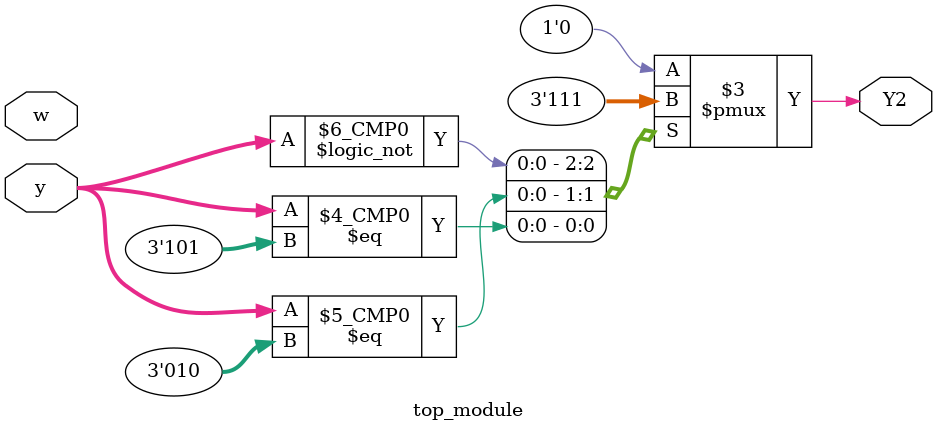
<source format=sv>
module top_module(
	input [3:1] y,
	input w,
	output reg Y2);

	always @(*) begin
		case (y)
			3'b000: Y2 = 1'b1; // A -> B
			3'b001: Y2 = 1'b0; // B -> A
			3'b010: Y2 = 1'b1; // C -> D
			3'b011: Y2 = 1'b0; // D -> A
			3'b100: Y2 = 1'b0; // E -> D
			3'b101: Y2 = 1'b1; // F -> D
			default: Y2 = 1'b0; // Default
		endcase
	end

endmodule

</source>
